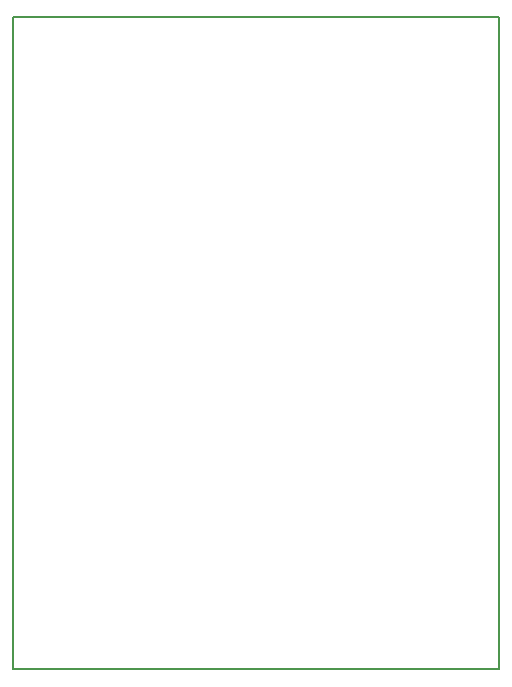
<source format=gbr>
%TF.GenerationSoftware,KiCad,Pcbnew,8.0.5*%
%TF.CreationDate,2026-02-13T21:56:33+07:00*%
%TF.ProjectId,Temperature_sensor,54656d70-6572-4617-9475-72655f73656e,rev?*%
%TF.SameCoordinates,Original*%
%TF.FileFunction,Profile,NP*%
%FSLAX46Y46*%
G04 Gerber Fmt 4.6, Leading zero omitted, Abs format (unit mm)*
G04 Created by KiCad (PCBNEW 8.0.5) date 2026-02-13 21:56:33*
%MOMM*%
%LPD*%
G01*
G04 APERTURE LIST*
%TA.AperFunction,Profile*%
%ADD10C,0.200000*%
%TD*%
G04 APERTURE END LIST*
D10*
X122225000Y-56845000D02*
X163355000Y-56845000D01*
X163355000Y-112075000D01*
X122225000Y-112075000D01*
X122225000Y-56845000D01*
M02*

</source>
